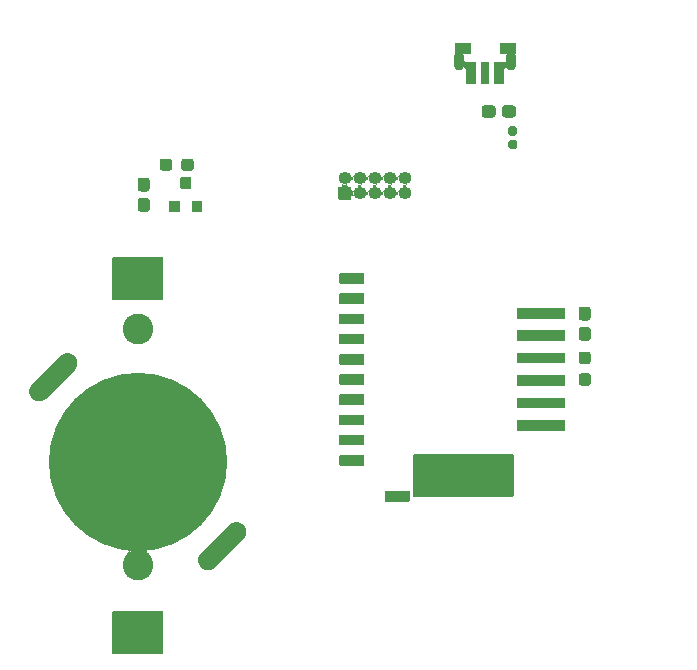
<source format=gbr>
G04 #@! TF.GenerationSoftware,KiCad,Pcbnew,(5.1.9-0-10_14)*
G04 #@! TF.CreationDate,2021-03-14T11:16:57+08:00*
G04 #@! TF.ProjectId,mops-out,6d6f7073-2d6f-4757-942e-6b696361645f,rev?*
G04 #@! TF.SameCoordinates,Original*
G04 #@! TF.FileFunction,Soldermask,Top*
G04 #@! TF.FilePolarity,Negative*
%FSLAX46Y46*%
G04 Gerber Fmt 4.6, Leading zero omitted, Abs format (unit mm)*
G04 Created by KiCad (PCBNEW (5.1.9-0-10_14)) date 2021-03-14 11:16:57*
%MOMM*%
%LPD*%
G01*
G04 APERTURE LIST*
%ADD10C,2.601995*%
%ADD11C,15.101995*%
%ADD12O,1.102000X1.102000*%
%ADD13O,0.864000X1.626000*%
%ADD14C,0.100000*%
G04 APERTURE END LIST*
G36*
G01*
X117669996Y-68855218D02*
X113470004Y-68855218D01*
G75*
G02*
X113419004Y-68804218I0J51000D01*
G01*
X113419004Y-65304226D01*
G75*
G02*
X113470004Y-65253226I51000J0D01*
G01*
X117669996Y-65253226D01*
G75*
G02*
X117720996Y-65304226I0J-51000D01*
G01*
X117720996Y-68804218D01*
G75*
G02*
X117669996Y-68855218I-51000J0D01*
G01*
G37*
G36*
G01*
X117669996Y-98830774D02*
X113470004Y-98830774D01*
G75*
G02*
X113419004Y-98779774I0J51000D01*
G01*
X113419004Y-95279782D01*
G75*
G02*
X113470004Y-95228782I51000J0D01*
G01*
X117669996Y-95228782D01*
G75*
G02*
X117720996Y-95279782I0J-51000D01*
G01*
X117720996Y-98779774D01*
G75*
G02*
X117669996Y-98830774I-51000J0D01*
G01*
G37*
D10*
X115570000Y-91279980D03*
X115570000Y-71280020D03*
G36*
G01*
X124523925Y-89099767D02*
X122119767Y-91503925D01*
G75*
G02*
X120916275Y-91503925I-601746J601746D01*
G01*
X120916275Y-91503925D01*
G75*
G02*
X120916275Y-90300433I601746J601746D01*
G01*
X123320433Y-87896275D01*
G75*
G02*
X124523925Y-87896275I601746J-601746D01*
G01*
X124523925Y-87896275D01*
G75*
G02*
X124523925Y-89099767I-601746J-601746D01*
G01*
G37*
G36*
G01*
X110223725Y-74799567D02*
X107819567Y-77203725D01*
G75*
G02*
X106616075Y-77203725I-601746J601746D01*
G01*
X106616075Y-77203725D01*
G75*
G02*
X106616075Y-76000233I601746J601746D01*
G01*
X109020233Y-73596075D01*
G75*
G02*
X110223725Y-73596075I601746J-601746D01*
G01*
X110223725Y-73596075D01*
G75*
G02*
X110223725Y-74799567I-601746J-601746D01*
G01*
G37*
D11*
X115570000Y-82550000D03*
G36*
G01*
X119246000Y-57667000D02*
X119246000Y-57141000D01*
G75*
G02*
X119509000Y-56878000I263000J0D01*
G01*
X120060000Y-56878000D01*
G75*
G02*
X120323000Y-57141000I0J-263000D01*
G01*
X120323000Y-57667000D01*
G75*
G02*
X120060000Y-57930000I-263000J0D01*
G01*
X119509000Y-57930000D01*
G75*
G02*
X119246000Y-57667000I0J263000D01*
G01*
G37*
G36*
G01*
X117421000Y-57667000D02*
X117421000Y-57141000D01*
G75*
G02*
X117684000Y-56878000I263000J0D01*
G01*
X118235000Y-56878000D01*
G75*
G02*
X118498000Y-57141000I0J-263000D01*
G01*
X118498000Y-57667000D01*
G75*
G02*
X118235000Y-57930000I-263000J0D01*
G01*
X117684000Y-57930000D01*
G75*
G02*
X117421000Y-57667000I0J263000D01*
G01*
G37*
G36*
G01*
X153153000Y-75050000D02*
X153679000Y-75050000D01*
G75*
G02*
X153942000Y-75313000I0J-263000D01*
G01*
X153942000Y-75864000D01*
G75*
G02*
X153679000Y-76127000I-263000J0D01*
G01*
X153153000Y-76127000D01*
G75*
G02*
X152890000Y-75864000I0J263000D01*
G01*
X152890000Y-75313000D01*
G75*
G02*
X153153000Y-75050000I263000J0D01*
G01*
G37*
G36*
G01*
X153153000Y-73225000D02*
X153679000Y-73225000D01*
G75*
G02*
X153942000Y-73488000I0J-263000D01*
G01*
X153942000Y-74039000D01*
G75*
G02*
X153679000Y-74302000I-263000J0D01*
G01*
X153153000Y-74302000D01*
G75*
G02*
X152890000Y-74039000I0J263000D01*
G01*
X152890000Y-73488000D01*
G75*
G02*
X153153000Y-73225000I263000J0D01*
G01*
G37*
G36*
G01*
X120034000Y-59445000D02*
X119234000Y-59445000D01*
G75*
G02*
X119183000Y-59394000I0J51000D01*
G01*
X119183000Y-58494000D01*
G75*
G02*
X119234000Y-58443000I51000J0D01*
G01*
X120034000Y-58443000D01*
G75*
G02*
X120085000Y-58494000I0J-51000D01*
G01*
X120085000Y-59394000D01*
G75*
G02*
X120034000Y-59445000I-51000J0D01*
G01*
G37*
G36*
G01*
X120984000Y-61445000D02*
X120184000Y-61445000D01*
G75*
G02*
X120133000Y-61394000I0J51000D01*
G01*
X120133000Y-60494000D01*
G75*
G02*
X120184000Y-60443000I51000J0D01*
G01*
X120984000Y-60443000D01*
G75*
G02*
X121035000Y-60494000I0J-51000D01*
G01*
X121035000Y-61394000D01*
G75*
G02*
X120984000Y-61445000I-51000J0D01*
G01*
G37*
G36*
G01*
X119084000Y-61445000D02*
X118284000Y-61445000D01*
G75*
G02*
X118233000Y-61394000I0J51000D01*
G01*
X118233000Y-60494000D01*
G75*
G02*
X118284000Y-60443000I51000J0D01*
G01*
X119084000Y-60443000D01*
G75*
G02*
X119135000Y-60494000I0J-51000D01*
G01*
X119135000Y-61394000D01*
G75*
G02*
X119084000Y-61445000I-51000J0D01*
G01*
G37*
G36*
G01*
X115815000Y-60218000D02*
X116341000Y-60218000D01*
G75*
G02*
X116604000Y-60481000I0J-263000D01*
G01*
X116604000Y-61132000D01*
G75*
G02*
X116341000Y-61395000I-263000J0D01*
G01*
X115815000Y-61395000D01*
G75*
G02*
X115552000Y-61132000I0J263000D01*
G01*
X115552000Y-60481000D01*
G75*
G02*
X115815000Y-60218000I263000J0D01*
G01*
G37*
G36*
G01*
X115815000Y-58493000D02*
X116341000Y-58493000D01*
G75*
G02*
X116604000Y-58756000I0J-263000D01*
G01*
X116604000Y-59407000D01*
G75*
G02*
X116341000Y-59670000I-263000J0D01*
G01*
X115815000Y-59670000D01*
G75*
G02*
X115552000Y-59407000I0J263000D01*
G01*
X115552000Y-58756000D01*
G75*
G02*
X115815000Y-58493000I263000J0D01*
G01*
G37*
G36*
G01*
X146414000Y-53153000D02*
X146414000Y-52627000D01*
G75*
G02*
X146677000Y-52364000I263000J0D01*
G01*
X147328000Y-52364000D01*
G75*
G02*
X147591000Y-52627000I0J-263000D01*
G01*
X147591000Y-53153000D01*
G75*
G02*
X147328000Y-53416000I-263000J0D01*
G01*
X146677000Y-53416000D01*
G75*
G02*
X146414000Y-53153000I0J263000D01*
G01*
G37*
G36*
G01*
X144689000Y-53153000D02*
X144689000Y-52627000D01*
G75*
G02*
X144952000Y-52364000I263000J0D01*
G01*
X145603000Y-52364000D01*
G75*
G02*
X145866000Y-52627000I0J-263000D01*
G01*
X145866000Y-53153000D01*
G75*
G02*
X145603000Y-53416000I-263000J0D01*
G01*
X144952000Y-53416000D01*
G75*
G02*
X144689000Y-53153000I0J263000D01*
G01*
G37*
G36*
G01*
X153153000Y-71140000D02*
X153679000Y-71140000D01*
G75*
G02*
X153942000Y-71403000I0J-263000D01*
G01*
X153942000Y-72054000D01*
G75*
G02*
X153679000Y-72317000I-263000J0D01*
G01*
X153153000Y-72317000D01*
G75*
G02*
X152890000Y-72054000I0J263000D01*
G01*
X152890000Y-71403000D01*
G75*
G02*
X153153000Y-71140000I263000J0D01*
G01*
G37*
G36*
G01*
X153153000Y-69415000D02*
X153679000Y-69415000D01*
G75*
G02*
X153942000Y-69678000I0J-263000D01*
G01*
X153942000Y-70329000D01*
G75*
G02*
X153679000Y-70592000I-263000J0D01*
G01*
X153153000Y-70592000D01*
G75*
G02*
X152890000Y-70329000I0J263000D01*
G01*
X152890000Y-69678000D01*
G75*
G02*
X153153000Y-69415000I263000J0D01*
G01*
G37*
G36*
G01*
X147500500Y-54969000D02*
X147139500Y-54969000D01*
G75*
G02*
X146959000Y-54788500I0J180500D01*
G01*
X146959000Y-54312500D01*
G75*
G02*
X147139500Y-54132000I180500J0D01*
G01*
X147500500Y-54132000D01*
G75*
G02*
X147681000Y-54312500I0J-180500D01*
G01*
X147681000Y-54788500D01*
G75*
G02*
X147500500Y-54969000I-180500J0D01*
G01*
G37*
G36*
G01*
X147500500Y-56104000D02*
X147139500Y-56104000D01*
G75*
G02*
X146959000Y-55923500I0J180500D01*
G01*
X146959000Y-55447500D01*
G75*
G02*
X147139500Y-55267000I180500J0D01*
G01*
X147500500Y-55267000D01*
G75*
G02*
X147681000Y-55447500I0J-180500D01*
G01*
X147681000Y-55923500D01*
G75*
G02*
X147500500Y-56104000I-180500J0D01*
G01*
G37*
G36*
G01*
X147399067Y-81978119D02*
X147399067Y-85477985D01*
G75*
G02*
X147348067Y-85528985I-51000J0D01*
G01*
X138948033Y-85528985D01*
G75*
G02*
X138897033Y-85477985I0J51000D01*
G01*
X138897033Y-81978119D01*
G75*
G02*
X138948033Y-81927119I51000J0D01*
G01*
X147348067Y-81927119D01*
G75*
G02*
X147399067Y-81978119I0J-51000D01*
G01*
G37*
G36*
G01*
X138599110Y-85077808D02*
X138599110Y-85877908D01*
G75*
G02*
X138548110Y-85928908I-51000J0D01*
G01*
X136548114Y-85928908D01*
G75*
G02*
X136497114Y-85877908I0J51000D01*
G01*
X136497114Y-85077808D01*
G75*
G02*
X136548114Y-85026808I51000J0D01*
G01*
X138548110Y-85026808D01*
G75*
G02*
X138599110Y-85077808I0J-51000D01*
G01*
G37*
G36*
G01*
X151748944Y-79078074D02*
X151748944Y-79878174D01*
G75*
G02*
X151697944Y-79929174I-51000J0D01*
G01*
X147697952Y-79929174D01*
G75*
G02*
X147646952Y-79878174I0J51000D01*
G01*
X147646952Y-79078074D01*
G75*
G02*
X147697952Y-79027074I51000J0D01*
G01*
X151697944Y-79027074D01*
G75*
G02*
X151748944Y-79078074I0J-51000D01*
G01*
G37*
G36*
G01*
X151748944Y-77177900D02*
X151748944Y-77978000D01*
G75*
G02*
X151697944Y-78029000I-51000J0D01*
G01*
X147697952Y-78029000D01*
G75*
G02*
X147646952Y-77978000I0J51000D01*
G01*
X147646952Y-77177900D01*
G75*
G02*
X147697952Y-77126900I51000J0D01*
G01*
X151697944Y-77126900D01*
G75*
G02*
X151748944Y-77177900I0J-51000D01*
G01*
G37*
G36*
G01*
X151748944Y-75277980D02*
X151748944Y-76078080D01*
G75*
G02*
X151697944Y-76129080I-51000J0D01*
G01*
X147697952Y-76129080D01*
G75*
G02*
X147646952Y-76078080I0J51000D01*
G01*
X147646952Y-75277980D01*
G75*
G02*
X147697952Y-75226980I51000J0D01*
G01*
X151697944Y-75226980D01*
G75*
G02*
X151748944Y-75277980I0J-51000D01*
G01*
G37*
G36*
G01*
X151748944Y-73378060D02*
X151748944Y-74178160D01*
G75*
G02*
X151697944Y-74229160I-51000J0D01*
G01*
X147697952Y-74229160D01*
G75*
G02*
X147646952Y-74178160I0J51000D01*
G01*
X147646952Y-73378060D01*
G75*
G02*
X147697952Y-73327060I51000J0D01*
G01*
X151697944Y-73327060D01*
G75*
G02*
X151748944Y-73378060I0J-51000D01*
G01*
G37*
G36*
G01*
X151748944Y-71477886D02*
X151748944Y-72277986D01*
G75*
G02*
X151697944Y-72328986I-51000J0D01*
G01*
X147697952Y-72328986D01*
G75*
G02*
X147646952Y-72277986I0J51000D01*
G01*
X147646952Y-71477886D01*
G75*
G02*
X147697952Y-71426886I51000J0D01*
G01*
X151697944Y-71426886D01*
G75*
G02*
X151748944Y-71477886I0J-51000D01*
G01*
G37*
G36*
G01*
X151748944Y-69577966D02*
X151748944Y-70378066D01*
G75*
G02*
X151697944Y-70429066I-51000J0D01*
G01*
X147697952Y-70429066D01*
G75*
G02*
X147646952Y-70378066I0J51000D01*
G01*
X147646952Y-69577966D01*
G75*
G02*
X147697952Y-69526966I51000J0D01*
G01*
X151697944Y-69526966D01*
G75*
G02*
X151748944Y-69577966I0J-51000D01*
G01*
G37*
G36*
G01*
X134748978Y-66637916D02*
X134748978Y-67438016D01*
G75*
G02*
X134697978Y-67489016I-51000J0D01*
G01*
X132697982Y-67489016D01*
G75*
G02*
X132646982Y-67438016I0J51000D01*
G01*
X132646982Y-66637916D01*
G75*
G02*
X132697982Y-66586916I51000J0D01*
G01*
X134697978Y-66586916D01*
G75*
G02*
X134748978Y-66637916I0J-51000D01*
G01*
G37*
G36*
G01*
X134748978Y-68347844D02*
X134748978Y-69147944D01*
G75*
G02*
X134697978Y-69198944I-51000J0D01*
G01*
X132697982Y-69198944D01*
G75*
G02*
X132646982Y-69147944I0J51000D01*
G01*
X132646982Y-68347844D01*
G75*
G02*
X132697982Y-68296844I51000J0D01*
G01*
X134697978Y-68296844D01*
G75*
G02*
X134748978Y-68347844I0J-51000D01*
G01*
G37*
G36*
G01*
X134748978Y-70058026D02*
X134748978Y-70858126D01*
G75*
G02*
X134697978Y-70909126I-51000J0D01*
G01*
X132697982Y-70909126D01*
G75*
G02*
X132646982Y-70858126I0J51000D01*
G01*
X132646982Y-70058026D01*
G75*
G02*
X132697982Y-70007026I51000J0D01*
G01*
X134697978Y-70007026D01*
G75*
G02*
X134748978Y-70058026I0J-51000D01*
G01*
G37*
G36*
G01*
X134748978Y-71767954D02*
X134748978Y-72568054D01*
G75*
G02*
X134697978Y-72619054I-51000J0D01*
G01*
X132697982Y-72619054D01*
G75*
G02*
X132646982Y-72568054I0J51000D01*
G01*
X132646982Y-71767954D01*
G75*
G02*
X132697982Y-71716954I51000J0D01*
G01*
X134697978Y-71716954D01*
G75*
G02*
X134748978Y-71767954I0J-51000D01*
G01*
G37*
G36*
G01*
X134748978Y-73477882D02*
X134748978Y-74277982D01*
G75*
G02*
X134697978Y-74328982I-51000J0D01*
G01*
X132697982Y-74328982D01*
G75*
G02*
X132646982Y-74277982I0J51000D01*
G01*
X132646982Y-73477882D01*
G75*
G02*
X132697982Y-73426882I51000J0D01*
G01*
X134697978Y-73426882D01*
G75*
G02*
X134748978Y-73477882I0J-51000D01*
G01*
G37*
G36*
G01*
X134748978Y-75188064D02*
X134748978Y-75988164D01*
G75*
G02*
X134697978Y-76039164I-51000J0D01*
G01*
X132697982Y-76039164D01*
G75*
G02*
X132646982Y-75988164I0J51000D01*
G01*
X132646982Y-75188064D01*
G75*
G02*
X132697982Y-75137064I51000J0D01*
G01*
X134697978Y-75137064D01*
G75*
G02*
X134748978Y-75188064I0J-51000D01*
G01*
G37*
G36*
G01*
X134748978Y-76897992D02*
X134748978Y-77698092D01*
G75*
G02*
X134697978Y-77749092I-51000J0D01*
G01*
X132697982Y-77749092D01*
G75*
G02*
X132646982Y-77698092I0J51000D01*
G01*
X132646982Y-76897992D01*
G75*
G02*
X132697982Y-76846992I51000J0D01*
G01*
X134697978Y-76846992D01*
G75*
G02*
X134748978Y-76897992I0J-51000D01*
G01*
G37*
G36*
G01*
X134748978Y-78607920D02*
X134748978Y-79408020D01*
G75*
G02*
X134697978Y-79459020I-51000J0D01*
G01*
X132697982Y-79459020D01*
G75*
G02*
X132646982Y-79408020I0J51000D01*
G01*
X132646982Y-78607920D01*
G75*
G02*
X132697982Y-78556920I51000J0D01*
G01*
X134697978Y-78556920D01*
G75*
G02*
X134748978Y-78607920I0J-51000D01*
G01*
G37*
G36*
G01*
X134748978Y-80317848D02*
X134748978Y-81117948D01*
G75*
G02*
X134697978Y-81168948I-51000J0D01*
G01*
X132697982Y-81168948D01*
G75*
G02*
X132646982Y-81117948I0J51000D01*
G01*
X132646982Y-80317848D01*
G75*
G02*
X132697982Y-80266848I51000J0D01*
G01*
X134697978Y-80266848D01*
G75*
G02*
X134748978Y-80317848I0J-51000D01*
G01*
G37*
G36*
G01*
X134748978Y-82028030D02*
X134748978Y-82828130D01*
G75*
G02*
X134697978Y-82879130I-51000J0D01*
G01*
X132697982Y-82879130D01*
G75*
G02*
X132646982Y-82828130I0J51000D01*
G01*
X132646982Y-82028030D01*
G75*
G02*
X132697982Y-81977030I51000J0D01*
G01*
X134697978Y-81977030D01*
G75*
G02*
X134748978Y-82028030I0J-51000D01*
G01*
G37*
D12*
X138176000Y-59817000D03*
X138176000Y-58547000D03*
X136906000Y-59817000D03*
X136906000Y-58547000D03*
X135636000Y-59817000D03*
X135636000Y-58547000D03*
X134366000Y-59817000D03*
X134366000Y-58547000D03*
X133096000Y-58547000D03*
G36*
G01*
X133596000Y-60368000D02*
X132596000Y-60368000D01*
G75*
G02*
X132545000Y-60317000I0J51000D01*
G01*
X132545000Y-59317000D01*
G75*
G02*
X132596000Y-59266000I51000J0D01*
G01*
X133596000Y-59266000D01*
G75*
G02*
X133647000Y-59317000I0J-51000D01*
G01*
X133647000Y-60317000D01*
G75*
G02*
X133596000Y-60368000I-51000J0D01*
G01*
G37*
D13*
X142800106Y-48600000D03*
X147199894Y-48600000D03*
G36*
G01*
X142446272Y-47058109D02*
X143746268Y-47058109D01*
G75*
G02*
X143797268Y-47109109I0J-51000D01*
G01*
X143797268Y-48009107D01*
G75*
G02*
X143746268Y-48060107I-51000J0D01*
G01*
X142446272Y-48060107D01*
G75*
G02*
X142395272Y-48009107I0J51000D01*
G01*
X142395272Y-47109109D01*
G75*
G02*
X142446272Y-47058109I51000J0D01*
G01*
G37*
G36*
G01*
X146253732Y-47058363D02*
X147553728Y-47058363D01*
G75*
G02*
X147604728Y-47109363I0J-51000D01*
G01*
X147604728Y-48009361D01*
G75*
G02*
X147553728Y-48060361I-51000J0D01*
G01*
X146253732Y-48060361D01*
G75*
G02*
X146202732Y-48009361I0J51000D01*
G01*
X146202732Y-47109363D01*
G75*
G02*
X146253732Y-47058363I51000J0D01*
G01*
G37*
G36*
G01*
X144210361Y-48740640D02*
X144210361Y-50540636D01*
G75*
G02*
X144159361Y-50591636I-51000J0D01*
G01*
X143409351Y-50591636D01*
G75*
G02*
X143358351Y-50540636I0J51000D01*
G01*
X143358351Y-48740640D01*
G75*
G02*
X143409351Y-48689640I51000J0D01*
G01*
X144159361Y-48689640D01*
G75*
G02*
X144210361Y-48740640I0J-51000D01*
G01*
G37*
G36*
G01*
X145336242Y-48740639D02*
X145336242Y-50540637D01*
G75*
G02*
X145285243Y-50591636I-50999J0D01*
G01*
X144685293Y-50591636D01*
G75*
G02*
X144634294Y-50540637I0J50999D01*
G01*
X144634294Y-48740639D01*
G75*
G02*
X144685293Y-48689640I50999J0D01*
G01*
X145285243Y-48689640D01*
G75*
G02*
X145336242Y-48740639I0J-50999D01*
G01*
G37*
G36*
G01*
X146612185Y-48740640D02*
X146612185Y-50540636D01*
G75*
G02*
X146561185Y-50591636I-51000J0D01*
G01*
X145811175Y-50591636D01*
G75*
G02*
X145760175Y-50540636I0J51000D01*
G01*
X145760175Y-48740640D01*
G75*
G02*
X145811175Y-48689640I51000J0D01*
G01*
X146561185Y-48689640D01*
G75*
G02*
X146612185Y-48740640I0J-51000D01*
G01*
G37*
D14*
G36*
X116424059Y-90040955D02*
G01*
X116424449Y-90042917D01*
X116423136Y-90044188D01*
X116405752Y-90049461D01*
X116384488Y-90060826D01*
X116365851Y-90076121D01*
X116350556Y-90094758D01*
X116339191Y-90116022D01*
X116332191Y-90139097D01*
X116329828Y-90163088D01*
X116332191Y-90187079D01*
X116339191Y-90210154D01*
X116350556Y-90231418D01*
X116365851Y-90250055D01*
X116379889Y-90261575D01*
X116380593Y-90263447D01*
X116379325Y-90264993D01*
X116377509Y-90264784D01*
X116182339Y-90134376D01*
X116018437Y-90066485D01*
X116017219Y-90064898D01*
X116017984Y-90063050D01*
X116019202Y-90062637D01*
X116309928Y-90062637D01*
X116422165Y-90040312D01*
X116424059Y-90040955D01*
G37*
G36*
X114830072Y-90062637D02*
G01*
X115120798Y-90062637D01*
X115122530Y-90063637D01*
X115122530Y-90065637D01*
X115121563Y-90066485D01*
X114957661Y-90134376D01*
X114762491Y-90264784D01*
X114760495Y-90264915D01*
X114759384Y-90263252D01*
X114760111Y-90261575D01*
X114774148Y-90250056D01*
X114789443Y-90231419D01*
X114800809Y-90210155D01*
X114807809Y-90187080D01*
X114810172Y-90163088D01*
X114807808Y-90139097D01*
X114800811Y-90116024D01*
X114789445Y-90094759D01*
X114774150Y-90076122D01*
X114755513Y-90060827D01*
X114734249Y-90049461D01*
X114716865Y-90044188D01*
X114715498Y-90042728D01*
X114716079Y-90040814D01*
X114717836Y-90040312D01*
X114830072Y-90062637D01*
G37*
G36*
X133648990Y-59494882D02*
G01*
X133651372Y-59519069D01*
X133658372Y-59542144D01*
X133669737Y-59563408D01*
X133685032Y-59582045D01*
X133703669Y-59597340D01*
X133724933Y-59608705D01*
X133748008Y-59615705D01*
X133771999Y-59618068D01*
X133795990Y-59615705D01*
X133819065Y-59608705D01*
X133840329Y-59597340D01*
X133858966Y-59582045D01*
X133874324Y-59563330D01*
X133877216Y-59559002D01*
X133879010Y-59558117D01*
X133880673Y-59559228D01*
X133880727Y-59560878D01*
X133840650Y-59657635D01*
X133819653Y-59763192D01*
X133819653Y-59870808D01*
X133840650Y-59976365D01*
X133880727Y-60073122D01*
X133880466Y-60075105D01*
X133878618Y-60075870D01*
X133877216Y-60074998D01*
X133874324Y-60070670D01*
X133858965Y-60051955D01*
X133840328Y-60036660D01*
X133819065Y-60025295D01*
X133795990Y-60018295D01*
X133771998Y-60015932D01*
X133748007Y-60018295D01*
X133724932Y-60025295D01*
X133703669Y-60036660D01*
X133685032Y-60051956D01*
X133669737Y-60070593D01*
X133658372Y-60091856D01*
X133651372Y-60114931D01*
X133648990Y-60139118D01*
X133647825Y-60140744D01*
X133645835Y-60140548D01*
X133645000Y-60138922D01*
X133645000Y-59495078D01*
X133646000Y-59493346D01*
X133648000Y-59493346D01*
X133648990Y-59494882D01*
G37*
G36*
X136385287Y-59644256D02*
G01*
X136385437Y-59646077D01*
X136380650Y-59657635D01*
X136359653Y-59763192D01*
X136359653Y-59870808D01*
X136380650Y-59976365D01*
X136385437Y-59987923D01*
X136385176Y-59989906D01*
X136383328Y-59990671D01*
X136381825Y-59989631D01*
X136373262Y-59973609D01*
X136357967Y-59954972D01*
X136339330Y-59939677D01*
X136318066Y-59928312D01*
X136294991Y-59921312D01*
X136271000Y-59918949D01*
X136247009Y-59921312D01*
X136223934Y-59928312D01*
X136202670Y-59939677D01*
X136184033Y-59954972D01*
X136168738Y-59973609D01*
X136160175Y-59989631D01*
X136158476Y-59990687D01*
X136156713Y-59989744D01*
X136156563Y-59987923D01*
X136161350Y-59976365D01*
X136182347Y-59870808D01*
X136182347Y-59763192D01*
X136161350Y-59657635D01*
X136156563Y-59646077D01*
X136156824Y-59644094D01*
X136158672Y-59643329D01*
X136160175Y-59644369D01*
X136168738Y-59660391D01*
X136184033Y-59679028D01*
X136202670Y-59694323D01*
X136223934Y-59705688D01*
X136247009Y-59712688D01*
X136271000Y-59715051D01*
X136294991Y-59712688D01*
X136318066Y-59705688D01*
X136339330Y-59694323D01*
X136357967Y-59679028D01*
X136373262Y-59660391D01*
X136381825Y-59644369D01*
X136383524Y-59643313D01*
X136385287Y-59644256D01*
G37*
G36*
X135115287Y-59644256D02*
G01*
X135115437Y-59646077D01*
X135110650Y-59657635D01*
X135089653Y-59763192D01*
X135089653Y-59870808D01*
X135110650Y-59976365D01*
X135115437Y-59987923D01*
X135115176Y-59989906D01*
X135113328Y-59990671D01*
X135111825Y-59989631D01*
X135103262Y-59973609D01*
X135087967Y-59954972D01*
X135069330Y-59939677D01*
X135048066Y-59928312D01*
X135024991Y-59921312D01*
X135001000Y-59918949D01*
X134977009Y-59921312D01*
X134953934Y-59928312D01*
X134932670Y-59939677D01*
X134914033Y-59954972D01*
X134898738Y-59973609D01*
X134890175Y-59989631D01*
X134888476Y-59990687D01*
X134886713Y-59989744D01*
X134886563Y-59987923D01*
X134891350Y-59976365D01*
X134912347Y-59870808D01*
X134912347Y-59763192D01*
X134891350Y-59657635D01*
X134886563Y-59646077D01*
X134886824Y-59644094D01*
X134888672Y-59643329D01*
X134890175Y-59644369D01*
X134898738Y-59660391D01*
X134914033Y-59679028D01*
X134932670Y-59694323D01*
X134953934Y-59705688D01*
X134977009Y-59712688D01*
X135001000Y-59715051D01*
X135024991Y-59712688D01*
X135048066Y-59705688D01*
X135069330Y-59694323D01*
X135087967Y-59679028D01*
X135103262Y-59660391D01*
X135111825Y-59644369D01*
X135113524Y-59643313D01*
X135115287Y-59644256D01*
G37*
G36*
X137655287Y-59644256D02*
G01*
X137655437Y-59646077D01*
X137650650Y-59657635D01*
X137629653Y-59763192D01*
X137629653Y-59870808D01*
X137650650Y-59976365D01*
X137655437Y-59987923D01*
X137655176Y-59989906D01*
X137653328Y-59990671D01*
X137651825Y-59989631D01*
X137643262Y-59973609D01*
X137627967Y-59954972D01*
X137609330Y-59939677D01*
X137588066Y-59928312D01*
X137564991Y-59921312D01*
X137541000Y-59918949D01*
X137517009Y-59921312D01*
X137493934Y-59928312D01*
X137472670Y-59939677D01*
X137454033Y-59954972D01*
X137438738Y-59973609D01*
X137430175Y-59989631D01*
X137428476Y-59990687D01*
X137426713Y-59989744D01*
X137426563Y-59987923D01*
X137431350Y-59976365D01*
X137452347Y-59870808D01*
X137452347Y-59763192D01*
X137431350Y-59657635D01*
X137426563Y-59646077D01*
X137426824Y-59644094D01*
X137428672Y-59643329D01*
X137430175Y-59644369D01*
X137438738Y-59660391D01*
X137454033Y-59679028D01*
X137472670Y-59694323D01*
X137493934Y-59705688D01*
X137517009Y-59712688D01*
X137541000Y-59715051D01*
X137564991Y-59712688D01*
X137588066Y-59705688D01*
X137609330Y-59694323D01*
X137627967Y-59679028D01*
X137643262Y-59660391D01*
X137651825Y-59644369D01*
X137653524Y-59643313D01*
X137655287Y-59644256D01*
G37*
G36*
X134538906Y-59067824D02*
G01*
X134539671Y-59069672D01*
X134538631Y-59071175D01*
X134522609Y-59079738D01*
X134503972Y-59095033D01*
X134488677Y-59113670D01*
X134477312Y-59134934D01*
X134470312Y-59158009D01*
X134467949Y-59182000D01*
X134470312Y-59205991D01*
X134477312Y-59229066D01*
X134488677Y-59250330D01*
X134503972Y-59268967D01*
X134522609Y-59284262D01*
X134538631Y-59292825D01*
X134539687Y-59294524D01*
X134538744Y-59296287D01*
X134536923Y-59296437D01*
X134525365Y-59291650D01*
X134419808Y-59270653D01*
X134312192Y-59270653D01*
X134206635Y-59291650D01*
X134195077Y-59296437D01*
X134193094Y-59296176D01*
X134192329Y-59294328D01*
X134193369Y-59292825D01*
X134209391Y-59284262D01*
X134228028Y-59268967D01*
X134243323Y-59250330D01*
X134254688Y-59229066D01*
X134261688Y-59205991D01*
X134264051Y-59182000D01*
X134261688Y-59158009D01*
X134254688Y-59134934D01*
X134243323Y-59113670D01*
X134228028Y-59095033D01*
X134209391Y-59079738D01*
X134193369Y-59071175D01*
X134192313Y-59069476D01*
X134193256Y-59067713D01*
X134195077Y-59067563D01*
X134206635Y-59072350D01*
X134312192Y-59093347D01*
X134419808Y-59093347D01*
X134525365Y-59072350D01*
X134536923Y-59067563D01*
X134538906Y-59067824D01*
G37*
G36*
X137078906Y-59067824D02*
G01*
X137079671Y-59069672D01*
X137078631Y-59071175D01*
X137062609Y-59079738D01*
X137043972Y-59095033D01*
X137028677Y-59113670D01*
X137017312Y-59134934D01*
X137010312Y-59158009D01*
X137007949Y-59182000D01*
X137010312Y-59205991D01*
X137017312Y-59229066D01*
X137028677Y-59250330D01*
X137043972Y-59268967D01*
X137062609Y-59284262D01*
X137078631Y-59292825D01*
X137079687Y-59294524D01*
X137078744Y-59296287D01*
X137076923Y-59296437D01*
X137065365Y-59291650D01*
X136959808Y-59270653D01*
X136852192Y-59270653D01*
X136746635Y-59291650D01*
X136735077Y-59296437D01*
X136733094Y-59296176D01*
X136732329Y-59294328D01*
X136733369Y-59292825D01*
X136749391Y-59284262D01*
X136768028Y-59268967D01*
X136783323Y-59250330D01*
X136794688Y-59229066D01*
X136801688Y-59205991D01*
X136804051Y-59182000D01*
X136801688Y-59158009D01*
X136794688Y-59134934D01*
X136783323Y-59113670D01*
X136768028Y-59095033D01*
X136749391Y-59079738D01*
X136733369Y-59071175D01*
X136732313Y-59069476D01*
X136733256Y-59067713D01*
X136735077Y-59067563D01*
X136746635Y-59072350D01*
X136852192Y-59093347D01*
X136959808Y-59093347D01*
X137065365Y-59072350D01*
X137076923Y-59067563D01*
X137078906Y-59067824D01*
G37*
G36*
X138348906Y-59067824D02*
G01*
X138349671Y-59069672D01*
X138348631Y-59071175D01*
X138332609Y-59079738D01*
X138313972Y-59095033D01*
X138298677Y-59113670D01*
X138287312Y-59134934D01*
X138280312Y-59158009D01*
X138277949Y-59182000D01*
X138280312Y-59205991D01*
X138287312Y-59229066D01*
X138298677Y-59250330D01*
X138313972Y-59268967D01*
X138332609Y-59284262D01*
X138348631Y-59292825D01*
X138349687Y-59294524D01*
X138348744Y-59296287D01*
X138346923Y-59296437D01*
X138335365Y-59291650D01*
X138229808Y-59270653D01*
X138122192Y-59270653D01*
X138016635Y-59291650D01*
X138005077Y-59296437D01*
X138003094Y-59296176D01*
X138002329Y-59294328D01*
X138003369Y-59292825D01*
X138019391Y-59284262D01*
X138038028Y-59268967D01*
X138053323Y-59250330D01*
X138064688Y-59229066D01*
X138071688Y-59205991D01*
X138074051Y-59182000D01*
X138071688Y-59158009D01*
X138064688Y-59134934D01*
X138053323Y-59113670D01*
X138038028Y-59095033D01*
X138019391Y-59079738D01*
X138003369Y-59071175D01*
X138002313Y-59069476D01*
X138003256Y-59067713D01*
X138005077Y-59067563D01*
X138016635Y-59072350D01*
X138122192Y-59093347D01*
X138229808Y-59093347D01*
X138335365Y-59072350D01*
X138346923Y-59067563D01*
X138348906Y-59067824D01*
G37*
G36*
X135808906Y-59067824D02*
G01*
X135809671Y-59069672D01*
X135808631Y-59071175D01*
X135792609Y-59079738D01*
X135773972Y-59095033D01*
X135758677Y-59113670D01*
X135747312Y-59134934D01*
X135740312Y-59158009D01*
X135737949Y-59182000D01*
X135740312Y-59205991D01*
X135747312Y-59229066D01*
X135758677Y-59250330D01*
X135773972Y-59268967D01*
X135792609Y-59284262D01*
X135808631Y-59292825D01*
X135809687Y-59294524D01*
X135808744Y-59296287D01*
X135806923Y-59296437D01*
X135795365Y-59291650D01*
X135689808Y-59270653D01*
X135582192Y-59270653D01*
X135476635Y-59291650D01*
X135465077Y-59296437D01*
X135463094Y-59296176D01*
X135462329Y-59294328D01*
X135463369Y-59292825D01*
X135479391Y-59284262D01*
X135498028Y-59268967D01*
X135513323Y-59250330D01*
X135524688Y-59229066D01*
X135531688Y-59205991D01*
X135534051Y-59182000D01*
X135531688Y-59158009D01*
X135524688Y-59134934D01*
X135513323Y-59113670D01*
X135498028Y-59095033D01*
X135479391Y-59079738D01*
X135463369Y-59071175D01*
X135462313Y-59069476D01*
X135463256Y-59067713D01*
X135465077Y-59067563D01*
X135476635Y-59072350D01*
X135582192Y-59093347D01*
X135689808Y-59093347D01*
X135795365Y-59072350D01*
X135806923Y-59067563D01*
X135808906Y-59067824D01*
G37*
G36*
X133354105Y-59032534D02*
G01*
X133354870Y-59034382D01*
X133353998Y-59035784D01*
X133349670Y-59038676D01*
X133330955Y-59054035D01*
X133315660Y-59072672D01*
X133304295Y-59093935D01*
X133297295Y-59117010D01*
X133294932Y-59141001D01*
X133297295Y-59164993D01*
X133304295Y-59188068D01*
X133315660Y-59209331D01*
X133330956Y-59227968D01*
X133349593Y-59243263D01*
X133370856Y-59254628D01*
X133393931Y-59261628D01*
X133418118Y-59264010D01*
X133419744Y-59265175D01*
X133419548Y-59267165D01*
X133417922Y-59268000D01*
X132774078Y-59268000D01*
X132772346Y-59267000D01*
X132772346Y-59265000D01*
X132773882Y-59264010D01*
X132798069Y-59261628D01*
X132821144Y-59254628D01*
X132842408Y-59243263D01*
X132861045Y-59227968D01*
X132876340Y-59209331D01*
X132887705Y-59188067D01*
X132894705Y-59164992D01*
X132897068Y-59141001D01*
X132894705Y-59117010D01*
X132887705Y-59093935D01*
X132876340Y-59072671D01*
X132861045Y-59054034D01*
X132842330Y-59038676D01*
X132838002Y-59035784D01*
X132837117Y-59033990D01*
X132838228Y-59032327D01*
X132839878Y-59032273D01*
X132936635Y-59072350D01*
X133042192Y-59093347D01*
X133149808Y-59093347D01*
X133255365Y-59072350D01*
X133352122Y-59032273D01*
X133354105Y-59032534D01*
G37*
G36*
X136385287Y-58374256D02*
G01*
X136385437Y-58376077D01*
X136380650Y-58387635D01*
X136359653Y-58493192D01*
X136359653Y-58600808D01*
X136380650Y-58706365D01*
X136385437Y-58717923D01*
X136385176Y-58719906D01*
X136383328Y-58720671D01*
X136381825Y-58719631D01*
X136373262Y-58703609D01*
X136357967Y-58684972D01*
X136339330Y-58669677D01*
X136318066Y-58658312D01*
X136294991Y-58651312D01*
X136271000Y-58648949D01*
X136247009Y-58651312D01*
X136223934Y-58658312D01*
X136202670Y-58669677D01*
X136184033Y-58684972D01*
X136168738Y-58703609D01*
X136160175Y-58719631D01*
X136158476Y-58720687D01*
X136156713Y-58719744D01*
X136156563Y-58717923D01*
X136161350Y-58706365D01*
X136182347Y-58600808D01*
X136182347Y-58493192D01*
X136161350Y-58387635D01*
X136156563Y-58376077D01*
X136156824Y-58374094D01*
X136158672Y-58373329D01*
X136160175Y-58374369D01*
X136168738Y-58390391D01*
X136184033Y-58409028D01*
X136202670Y-58424323D01*
X136223934Y-58435688D01*
X136247009Y-58442688D01*
X136271000Y-58445051D01*
X136294991Y-58442688D01*
X136318066Y-58435688D01*
X136339330Y-58424323D01*
X136357967Y-58409028D01*
X136373262Y-58390391D01*
X136381825Y-58374369D01*
X136383524Y-58373313D01*
X136385287Y-58374256D01*
G37*
G36*
X133845287Y-58374256D02*
G01*
X133845437Y-58376077D01*
X133840650Y-58387635D01*
X133819653Y-58493192D01*
X133819653Y-58600808D01*
X133840650Y-58706365D01*
X133845437Y-58717923D01*
X133845176Y-58719906D01*
X133843328Y-58720671D01*
X133841825Y-58719631D01*
X133833262Y-58703609D01*
X133817967Y-58684972D01*
X133799330Y-58669677D01*
X133778066Y-58658312D01*
X133754991Y-58651312D01*
X133731000Y-58648949D01*
X133707009Y-58651312D01*
X133683934Y-58658312D01*
X133662670Y-58669677D01*
X133644033Y-58684972D01*
X133628738Y-58703609D01*
X133620175Y-58719631D01*
X133618476Y-58720687D01*
X133616713Y-58719744D01*
X133616563Y-58717923D01*
X133621350Y-58706365D01*
X133642347Y-58600808D01*
X133642347Y-58493192D01*
X133621350Y-58387635D01*
X133616563Y-58376077D01*
X133616824Y-58374094D01*
X133618672Y-58373329D01*
X133620175Y-58374369D01*
X133628738Y-58390391D01*
X133644033Y-58409028D01*
X133662670Y-58424323D01*
X133683934Y-58435688D01*
X133707009Y-58442688D01*
X133731000Y-58445051D01*
X133754991Y-58442688D01*
X133778066Y-58435688D01*
X133799330Y-58424323D01*
X133817967Y-58409028D01*
X133833262Y-58390391D01*
X133841825Y-58374369D01*
X133843524Y-58373313D01*
X133845287Y-58374256D01*
G37*
G36*
X137655287Y-58374256D02*
G01*
X137655437Y-58376077D01*
X137650650Y-58387635D01*
X137629653Y-58493192D01*
X137629653Y-58600808D01*
X137650650Y-58706365D01*
X137655437Y-58717923D01*
X137655176Y-58719906D01*
X137653328Y-58720671D01*
X137651825Y-58719631D01*
X137643262Y-58703609D01*
X137627967Y-58684972D01*
X137609330Y-58669677D01*
X137588066Y-58658312D01*
X137564991Y-58651312D01*
X137541000Y-58648949D01*
X137517009Y-58651312D01*
X137493934Y-58658312D01*
X137472670Y-58669677D01*
X137454033Y-58684972D01*
X137438738Y-58703609D01*
X137430175Y-58719631D01*
X137428476Y-58720687D01*
X137426713Y-58719744D01*
X137426563Y-58717923D01*
X137431350Y-58706365D01*
X137452347Y-58600808D01*
X137452347Y-58493192D01*
X137431350Y-58387635D01*
X137426563Y-58376077D01*
X137426824Y-58374094D01*
X137428672Y-58373329D01*
X137430175Y-58374369D01*
X137438738Y-58390391D01*
X137454033Y-58409028D01*
X137472670Y-58424323D01*
X137493934Y-58435688D01*
X137517009Y-58442688D01*
X137541000Y-58445051D01*
X137564991Y-58442688D01*
X137588066Y-58435688D01*
X137609330Y-58424323D01*
X137627967Y-58409028D01*
X137643262Y-58390391D01*
X137651825Y-58374369D01*
X137653524Y-58373313D01*
X137655287Y-58374256D01*
G37*
G36*
X135115287Y-58374256D02*
G01*
X135115437Y-58376077D01*
X135110650Y-58387635D01*
X135089653Y-58493192D01*
X135089653Y-58600808D01*
X135110650Y-58706365D01*
X135115437Y-58717923D01*
X135115176Y-58719906D01*
X135113328Y-58720671D01*
X135111825Y-58719631D01*
X135103262Y-58703609D01*
X135087967Y-58684972D01*
X135069330Y-58669677D01*
X135048066Y-58658312D01*
X135024991Y-58651312D01*
X135001000Y-58648949D01*
X134977009Y-58651312D01*
X134953934Y-58658312D01*
X134932670Y-58669677D01*
X134914033Y-58684972D01*
X134898738Y-58703609D01*
X134890175Y-58719631D01*
X134888476Y-58720687D01*
X134886713Y-58719744D01*
X134886563Y-58717923D01*
X134891350Y-58706365D01*
X134912347Y-58600808D01*
X134912347Y-58493192D01*
X134891350Y-58387635D01*
X134886563Y-58376077D01*
X134886824Y-58374094D01*
X134888672Y-58373329D01*
X134890175Y-58374369D01*
X134898738Y-58390391D01*
X134914033Y-58409028D01*
X134932670Y-58424323D01*
X134953934Y-58435688D01*
X134977009Y-58442688D01*
X135001000Y-58445051D01*
X135024991Y-58442688D01*
X135048066Y-58435688D01*
X135069330Y-58424323D01*
X135087967Y-58409028D01*
X135103262Y-58390391D01*
X135111825Y-58374369D01*
X135113524Y-58373313D01*
X135115287Y-58374256D01*
G37*
G36*
X143234096Y-48564445D02*
G01*
X143236478Y-48588632D01*
X143243478Y-48611707D01*
X143254843Y-48632971D01*
X143270138Y-48651608D01*
X143288775Y-48666903D01*
X143310039Y-48678268D01*
X143333114Y-48685268D01*
X143357199Y-48687640D01*
X143358351Y-48687640D01*
X143360083Y-48688640D01*
X143360351Y-48689640D01*
X143360351Y-49326863D01*
X143359351Y-49328595D01*
X143357351Y-49328595D01*
X143356361Y-49327059D01*
X143353979Y-49302872D01*
X143346979Y-49279797D01*
X143335614Y-49258533D01*
X143320319Y-49239896D01*
X143301682Y-49224601D01*
X143280418Y-49213236D01*
X143257343Y-49206236D01*
X143233352Y-49203873D01*
X143209361Y-49206236D01*
X143186286Y-49213236D01*
X143165022Y-49224601D01*
X143146235Y-49240020D01*
X143144262Y-49240346D01*
X143142993Y-49238800D01*
X143143420Y-49237205D01*
X143157630Y-49219890D01*
X143197365Y-49145550D01*
X143221835Y-49064884D01*
X143230106Y-48980906D01*
X143230106Y-48564641D01*
X143231106Y-48562909D01*
X143233106Y-48562909D01*
X143234096Y-48564445D01*
G37*
G36*
X146769130Y-48223558D02*
G01*
X146769895Y-48225131D01*
X146769894Y-48980906D01*
X146778165Y-49064883D01*
X146802635Y-49145549D01*
X146841010Y-49217344D01*
X146840944Y-49219343D01*
X146839181Y-49220286D01*
X146837700Y-49219556D01*
X146832323Y-49213004D01*
X146815209Y-49195890D01*
X146795162Y-49182495D01*
X146772888Y-49173269D01*
X146749237Y-49168564D01*
X146725131Y-49168564D01*
X146701481Y-49173268D01*
X146679207Y-49182495D01*
X146659160Y-49195889D01*
X146642113Y-49212936D01*
X146628718Y-49232983D01*
X146619492Y-49255257D01*
X146614778Y-49278954D01*
X146614183Y-49291059D01*
X146613099Y-49292740D01*
X146611101Y-49292642D01*
X146610185Y-49290961D01*
X146610185Y-48689640D01*
X146611185Y-48687908D01*
X146612185Y-48687640D01*
X146642801Y-48687640D01*
X146666886Y-48685268D01*
X146689961Y-48678268D01*
X146711225Y-48666903D01*
X146729862Y-48651608D01*
X146745157Y-48632971D01*
X146756522Y-48611707D01*
X146763522Y-48588632D01*
X146765894Y-48564547D01*
X146765894Y-48225138D01*
X146765914Y-48224855D01*
X146765915Y-48224848D01*
X146767150Y-48223275D01*
X146769130Y-48223558D01*
G37*
M02*

</source>
